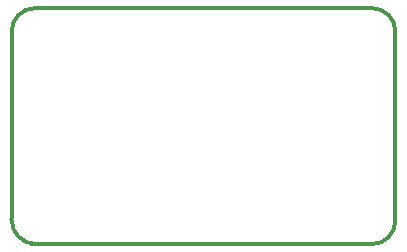
<source format=gko>
G04*
G04 #@! TF.GenerationSoftware,Altium Limited,Altium Designer,20.0.2 (26)*
G04*
G04 Layer_Color=16711935*
%FSLAX25Y25*%
%MOIN*%
G70*
G01*
G75*
%ADD12C,0.01181*%
D12*
X127953Y70866D02*
G03*
X120079Y78740I-7874J0D01*
G01*
Y0D02*
G03*
X127953Y7874I0J7874D01*
G01*
X7874Y78740D02*
G03*
X0Y70866I0J-7874D01*
G01*
X-31Y8298D02*
G03*
X8268Y0I8298J0D01*
G01*
X0Y8723D02*
Y70866D01*
X7874Y78740D02*
X120079Y78740D01*
X127953Y7874D02*
Y70866D01*
X6330Y0D02*
X120079D01*
M02*

</source>
